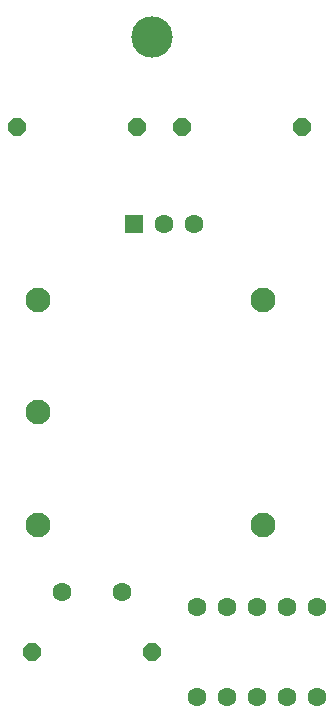
<source format=gbs>
G04 DipTrace 4.3.0.4*
G04 racal_dana_OCXO.GBS*
%MOIN*%
G04 #@! TF.FileFunction,Soldermask,Bot*
G04 #@! TF.Part,Single*
%AMOUTLINE0*
4,1,8,
0.01263,-0.030487,
-0.012628,-0.030487,
-0.030487,-0.01263,
-0.030487,0.012628,
-0.01263,0.030487,
0.012628,0.030487,
0.030487,0.01263,
0.030487,-0.012628,
0.01263,-0.030487,
0*%
%ADD25C,0.137801*%
%ADD30R,0.062992X0.062992*%
%ADD32C,0.082677*%
%ADD34C,0.062992*%
%ADD37OUTLINE0*%
%FSLAX26Y26*%
G04*
G70*
G90*
G75*
G01*
G04 BotMask*
%LPD*%
D34*
X744000Y844000D3*
X944000D3*
D25*
X1044000Y2694000D3*
D34*
X1194000Y494000D3*
X1294000D3*
X1394000D3*
X1494000D3*
X1594000D3*
Y794000D3*
X1494000D3*
X1394000D3*
X1294000D3*
X1194000D3*
D32*
X662754Y1818990D3*
X662764Y1443990D3*
X662774Y1068990D3*
X1412754Y1819010D3*
X1412774Y1069010D3*
D37*
X1144000Y2393994D3*
X1544000Y2394006D3*
D30*
X984243Y2071097D3*
D34*
X1084243D3*
X1184243D3*
D37*
X594000Y2393994D3*
X994000Y2394006D3*
X644000Y644000D3*
X1044000D3*
M02*

</source>
